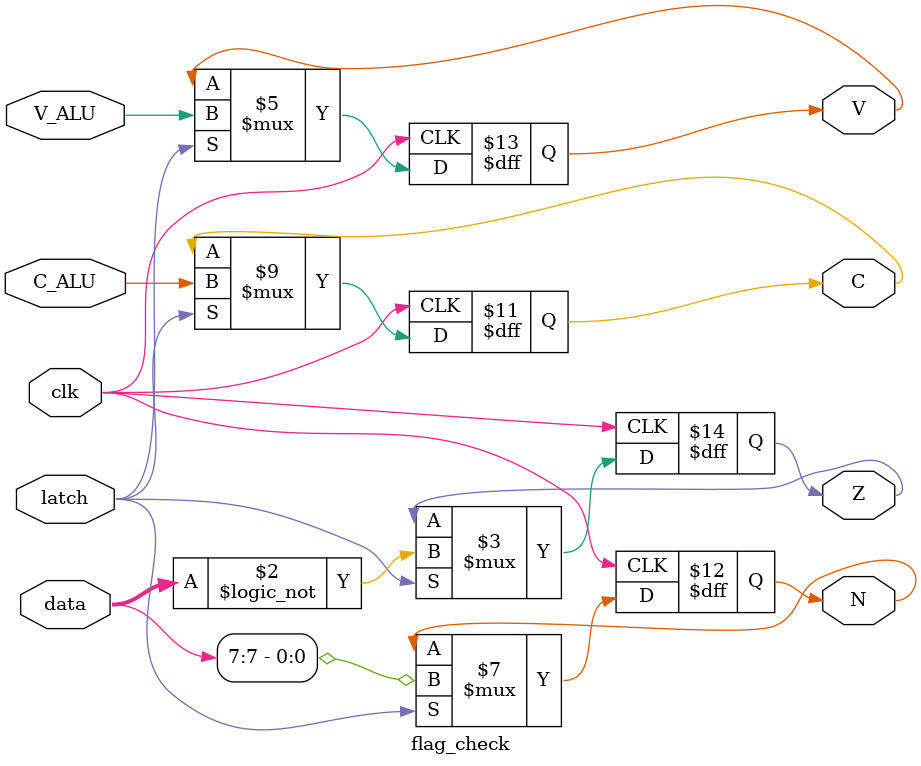
<source format=v>
module flag_check (
	input wire clk,
	input wire [7:0] data,
	input wire latch,
	input wire C_ALU,
	input wire V_ALU,
	output reg Z,
	output reg N,
	output reg C,
	output reg V
);
always @(posedge clk) begin
if (latch) begin
	Z <= (data == 8'b00000000);
	N <= data[7];
	C <= C_ALU;
	V <= V_ALU;
end
end
endmodule


</source>
